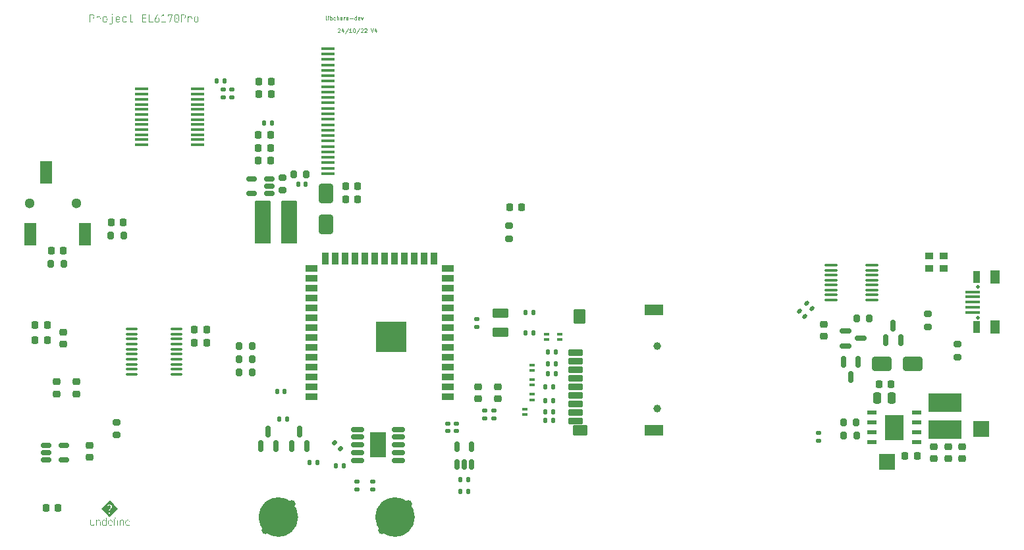
<source format=gts>
%TF.GenerationSoftware,KiCad,Pcbnew,8.0.5-8.0.5-0~ubuntu24.04.1*%
%TF.CreationDate,2024-10-22T00:13:01+08:00*%
%TF.ProjectId,EL6170_Pro_Max_Plus,454c3631-3730-45f5-9072-6f5f4d61785f,rev?*%
%TF.SameCoordinates,Original*%
%TF.FileFunction,Soldermask,Top*%
%TF.FilePolarity,Negative*%
%FSLAX46Y46*%
G04 Gerber Fmt 4.6, Leading zero omitted, Abs format (unit mm)*
G04 Created by KiCad (PCBNEW 8.0.5-8.0.5-0~ubuntu24.04.1) date 2024-10-22 00:13:01*
%MOMM*%
%LPD*%
G01*
G04 APERTURE LIST*
G04 Aperture macros list*
%AMRoundRect*
0 Rectangle with rounded corners*
0 $1 Rounding radius*
0 $2 $3 $4 $5 $6 $7 $8 $9 X,Y pos of 4 corners*
0 Add a 4 corners polygon primitive as box body*
4,1,4,$2,$3,$4,$5,$6,$7,$8,$9,$2,$3,0*
0 Add four circle primitives for the rounded corners*
1,1,$1+$1,$2,$3*
1,1,$1+$1,$4,$5*
1,1,$1+$1,$6,$7*
1,1,$1+$1,$8,$9*
0 Add four rect primitives between the rounded corners*
20,1,$1+$1,$2,$3,$4,$5,0*
20,1,$1+$1,$4,$5,$6,$7,0*
20,1,$1+$1,$6,$7,$8,$9,0*
20,1,$1+$1,$8,$9,$2,$3,0*%
G04 Aperture macros list end*
%ADD10C,0.150000*%
%ADD11C,0.040000*%
%ADD12C,2.550000*%
%ADD13C,0.000000*%
%ADD14RoundRect,0.140000X0.140000X0.170000X-0.140000X0.170000X-0.140000X-0.170000X0.140000X-0.170000X0*%
%ADD15RoundRect,0.135000X0.135000X0.185000X-0.135000X0.185000X-0.135000X-0.185000X0.135000X-0.185000X0*%
%ADD16R,2.000000X2.000000*%
%ADD17RoundRect,0.200000X0.200000X0.275000X-0.200000X0.275000X-0.200000X-0.275000X0.200000X-0.275000X0*%
%ADD18RoundRect,0.140000X0.219203X0.021213X0.021213X0.219203X-0.219203X-0.021213X-0.021213X-0.219203X0*%
%ADD19RoundRect,0.150000X0.150000X-0.587500X0.150000X0.587500X-0.150000X0.587500X-0.150000X-0.587500X0*%
%ADD20RoundRect,0.225000X0.225000X0.250000X-0.225000X0.250000X-0.225000X-0.250000X0.225000X-0.250000X0*%
%ADD21RoundRect,0.140000X-0.170000X0.140000X-0.170000X-0.140000X0.170000X-0.140000X0.170000X0.140000X0*%
%ADD22RoundRect,0.100000X-0.637500X-0.100000X0.637500X-0.100000X0.637500X0.100000X-0.637500X0.100000X0*%
%ADD23RoundRect,0.225000X-0.225000X-0.250000X0.225000X-0.250000X0.225000X0.250000X-0.225000X0.250000X0*%
%ADD24RoundRect,0.135000X-0.185000X0.135000X-0.185000X-0.135000X0.185000X-0.135000X0.185000X0.135000X0*%
%ADD25RoundRect,0.225000X0.250000X-0.225000X0.250000X0.225000X-0.250000X0.225000X-0.250000X-0.225000X0*%
%ADD26RoundRect,0.140000X-0.140000X-0.170000X0.140000X-0.170000X0.140000X0.170000X-0.140000X0.170000X0*%
%ADD27RoundRect,0.225000X-0.250000X0.225000X-0.250000X-0.225000X0.250000X-0.225000X0.250000X0.225000X0*%
%ADD28C,1.000000*%
%ADD29RoundRect,0.101600X0.800000X0.350000X-0.800000X0.350000X-0.800000X-0.350000X0.800000X-0.350000X0*%
%ADD30RoundRect,0.101600X0.800000X-0.600000X0.800000X0.600000X-0.800000X0.600000X-0.800000X-0.600000X0*%
%ADD31RoundRect,0.101600X1.100000X-0.600000X1.100000X0.600000X-1.100000X0.600000X-1.100000X-0.600000X0*%
%ADD32RoundRect,0.101600X0.700000X-0.800000X0.700000X0.800000X-0.700000X0.800000X-0.700000X-0.800000X0*%
%ADD33RoundRect,0.200000X-0.200000X-0.275000X0.200000X-0.275000X0.200000X0.275000X-0.200000X0.275000X0*%
%ADD34RoundRect,0.135000X-0.135000X-0.185000X0.135000X-0.185000X0.135000X0.185000X-0.135000X0.185000X0*%
%ADD35RoundRect,0.050000X0.300000X-0.150000X0.300000X0.150000X-0.300000X0.150000X-0.300000X-0.150000X0*%
%ADD36RoundRect,0.150000X0.150000X-0.512500X0.150000X0.512500X-0.150000X0.512500X-0.150000X-0.512500X0*%
%ADD37RoundRect,0.135000X0.226274X0.035355X0.035355X0.226274X-0.226274X-0.035355X-0.035355X-0.226274X0*%
%ADD38RoundRect,0.150000X-0.512500X-0.150000X0.512500X-0.150000X0.512500X0.150000X-0.512500X0.150000X0*%
%ADD39R,4.300000X2.400000*%
%ADD40RoundRect,0.050000X-0.300000X0.150000X-0.300000X-0.150000X0.300000X-0.150000X0.300000X0.150000X0*%
%ADD41C,1.300000*%
%ADD42R,1.500000X3.000000*%
%ADD43RoundRect,0.250000X-0.650000X1.000000X-0.650000X-1.000000X0.650000X-1.000000X0.650000X1.000000X0*%
%ADD44RoundRect,0.150000X-0.150000X0.587500X-0.150000X-0.587500X0.150000X-0.587500X0.150000X0.587500X0*%
%ADD45RoundRect,0.200000X-0.275000X0.200000X-0.275000X-0.200000X0.275000X-0.200000X0.275000X0.200000X0*%
%ADD46RoundRect,0.150000X-0.587500X-0.150000X0.587500X-0.150000X0.587500X0.150000X-0.587500X0.150000X0*%
%ADD47RoundRect,0.140000X0.170000X-0.140000X0.170000X0.140000X-0.170000X0.140000X-0.170000X-0.140000X0*%
%ADD48C,0.500000*%
%ADD49R,1.850000X0.400000*%
%ADD50R,1.300000X1.720000*%
%ADD51R,0.900000X1.620000*%
%ADD52R,1.000000X0.900000*%
%ADD53RoundRect,0.150000X0.687500X0.150000X-0.687500X0.150000X-0.687500X-0.150000X0.687500X-0.150000X0*%
%ADD54R,2.100000X3.300000*%
%ADD55RoundRect,0.100000X-0.712500X-0.100000X0.712500X-0.100000X0.712500X0.100000X-0.712500X0.100000X0*%
%ADD56RoundRect,0.200000X0.275000X-0.200000X0.275000X0.200000X-0.275000X0.200000X-0.275000X-0.200000X0*%
%ADD57RoundRect,0.250000X-1.000000X-0.650000X1.000000X-0.650000X1.000000X0.650000X-1.000000X0.650000X0*%
%ADD58RoundRect,0.101600X0.950000X-2.650000X0.950000X2.650000X-0.950000X2.650000X-0.950000X-2.650000X0*%
%ADD59R,1.750000X0.450000*%
%ADD60RoundRect,0.218750X-0.218750X-0.256250X0.218750X-0.256250X0.218750X0.256250X-0.218750X0.256250X0*%
%ADD61R,1.500000X0.900000*%
%ADD62R,0.900000X1.500000*%
%ADD63C,0.600000*%
%ADD64R,3.900000X3.900000*%
%ADD65RoundRect,0.135000X0.185000X-0.135000X0.185000X0.135000X-0.185000X0.135000X-0.185000X-0.135000X0*%
%ADD66R,1.800000X0.400000*%
%ADD67R,1.200000X0.600000*%
%ADD68R,2.400000X3.300000*%
%ADD69RoundRect,0.150000X0.512500X0.150000X-0.512500X0.150000X-0.512500X-0.150000X0.512500X-0.150000X0*%
%ADD70RoundRect,0.250000X-0.250000X-0.475000X0.250000X-0.475000X0.250000X0.475000X-0.250000X0.475000X0*%
%ADD71RoundRect,0.101600X0.900000X-0.500000X0.900000X0.500000X-0.900000X0.500000X-0.900000X-0.500000X0*%
G04 APERTURE END LIST*
D10*
G36*
X102113684Y-63301999D02*
G01*
X102164886Y-63313044D01*
X102210830Y-63331451D01*
X102256896Y-63361505D01*
X102272400Y-63375254D01*
X102307556Y-63416882D01*
X102332667Y-63464830D01*
X102346400Y-63511969D01*
X102352442Y-63563946D01*
X102352756Y-63579685D01*
X102348876Y-63633045D01*
X102337235Y-63681566D01*
X102314429Y-63731094D01*
X102281487Y-63774302D01*
X102271667Y-63784117D01*
X102227948Y-63817776D01*
X102177634Y-63841819D01*
X102128199Y-63854967D01*
X102073716Y-63860753D01*
X102057222Y-63861053D01*
X101825191Y-63861053D01*
X101825191Y-64330000D01*
X101754849Y-64330000D01*
X101754849Y-63798527D01*
X101825191Y-63798527D01*
X102057222Y-63798527D01*
X102105933Y-63794833D01*
X102154566Y-63781846D01*
X102200944Y-63756448D01*
X102221109Y-63739420D01*
X102253438Y-63698319D01*
X102273793Y-63649203D01*
X102281875Y-63598147D01*
X102282414Y-63579685D01*
X102277623Y-63525834D01*
X102263249Y-63478861D01*
X102236038Y-63434735D01*
X102221842Y-63419462D01*
X102179739Y-63388550D01*
X102129144Y-63369087D01*
X102076349Y-63361359D01*
X102057222Y-63360844D01*
X101825191Y-63360844D01*
X101825191Y-63798527D01*
X101754849Y-63798527D01*
X101754849Y-63298318D01*
X102057222Y-63298318D01*
X102113684Y-63301999D01*
G37*
G36*
X102624842Y-64330000D02*
G01*
X102624842Y-63548422D01*
X102695184Y-63548422D01*
X102695184Y-63673475D01*
X102716296Y-63628034D01*
X102748780Y-63587876D01*
X102770411Y-63570160D01*
X102817347Y-63545965D01*
X102867900Y-63534579D01*
X102900593Y-63532791D01*
X102953453Y-63536274D01*
X103006194Y-63548784D01*
X103050753Y-63570391D01*
X103091102Y-63605575D01*
X103121445Y-63651269D01*
X103140080Y-63699866D01*
X103149949Y-63748549D01*
X103153811Y-63802982D01*
X103153872Y-63811228D01*
X103153872Y-63882547D01*
X103083531Y-63882547D01*
X103083531Y-63811472D01*
X103080447Y-63761952D01*
X103069606Y-63713686D01*
X103048407Y-63669303D01*
X103034193Y-63650760D01*
X102994930Y-63619194D01*
X102944641Y-63600731D01*
X102895296Y-63595371D01*
X102889357Y-63595317D01*
X102839823Y-63599934D01*
X102792988Y-63615896D01*
X102751441Y-63646622D01*
X102745010Y-63653691D01*
X102716642Y-63699370D01*
X102701072Y-63750813D01*
X102695379Y-63805188D01*
X102695184Y-63818311D01*
X102695184Y-64330000D01*
X102624842Y-64330000D01*
G37*
G36*
X103752874Y-63536507D02*
G01*
X103806791Y-63549857D01*
X103854357Y-63572915D01*
X103895573Y-63605682D01*
X103900279Y-63610460D01*
X103932870Y-63652561D01*
X103956149Y-63701196D01*
X103968880Y-63749111D01*
X103974482Y-63802029D01*
X103974773Y-63818066D01*
X103974773Y-64060355D01*
X103971208Y-64114702D01*
X103960514Y-64164046D01*
X103939563Y-64214314D01*
X103909299Y-64258049D01*
X103900279Y-64267962D01*
X103859856Y-64301942D01*
X103813084Y-64326214D01*
X103759961Y-64340777D01*
X103708269Y-64345555D01*
X103700488Y-64345631D01*
X103648638Y-64341914D01*
X103595076Y-64328565D01*
X103547590Y-64305507D01*
X103506179Y-64272740D01*
X103501430Y-64267962D01*
X103468518Y-64225860D01*
X103445010Y-64177226D01*
X103432154Y-64129311D01*
X103426497Y-64076393D01*
X103426203Y-64060355D01*
X103426203Y-63818066D01*
X103426219Y-63817822D01*
X103496545Y-63817822D01*
X103496545Y-64060600D01*
X103499888Y-64110425D01*
X103511641Y-64159472D01*
X103534625Y-64205268D01*
X103550034Y-64224731D01*
X103591945Y-64257965D01*
X103638962Y-64276207D01*
X103688537Y-64282877D01*
X103700488Y-64283105D01*
X103751592Y-64278487D01*
X103800307Y-64262526D01*
X103844086Y-64231800D01*
X103850942Y-64224731D01*
X103879149Y-64183515D01*
X103896909Y-64133140D01*
X103903961Y-64079971D01*
X103904431Y-64060600D01*
X103904431Y-63817822D01*
X103901042Y-63768012D01*
X103889128Y-63719019D01*
X103865829Y-63673328D01*
X103850209Y-63653935D01*
X103808164Y-63620562D01*
X103761376Y-63602244D01*
X103712293Y-63595546D01*
X103700488Y-63595317D01*
X103649917Y-63599954D01*
X103601431Y-63615982D01*
X103557463Y-63646837D01*
X103550523Y-63653935D01*
X103522058Y-63695022D01*
X103504136Y-63745316D01*
X103497020Y-63798453D01*
X103496545Y-63817822D01*
X103426219Y-63817822D01*
X103429803Y-63763720D01*
X103440602Y-63714376D01*
X103461760Y-63664108D01*
X103492321Y-63620373D01*
X103501430Y-63610460D01*
X103542081Y-63576480D01*
X103588808Y-63552208D01*
X103641610Y-63537645D01*
X103692796Y-63532867D01*
X103700488Y-63532791D01*
X103752874Y-63536507D01*
G37*
G36*
X104272505Y-64580104D02*
G01*
X104272505Y-64517578D01*
X104435659Y-64517578D01*
X104488005Y-64513366D01*
X104537150Y-64498807D01*
X104580244Y-64470781D01*
X104586845Y-64464333D01*
X104616047Y-64422440D01*
X104632076Y-64374889D01*
X104637936Y-64324385D01*
X104638136Y-64312170D01*
X104638136Y-63610949D01*
X104265422Y-63610949D01*
X104265422Y-63548422D01*
X104708478Y-63548422D01*
X104708478Y-64311681D01*
X104705042Y-64364106D01*
X104692700Y-64417637D01*
X104671382Y-64464360D01*
X104641089Y-64504275D01*
X104636671Y-64508785D01*
X104597271Y-64539987D01*
X104550636Y-64562274D01*
X104496765Y-64575647D01*
X104443693Y-64580035D01*
X104435659Y-64580104D01*
X104272505Y-64580104D01*
G37*
G36*
X104652302Y-63392107D02*
G01*
X104603704Y-63379138D01*
X104593196Y-63370858D01*
X104571515Y-63326741D01*
X104570725Y-63313949D01*
X104585559Y-63265751D01*
X104593196Y-63257285D01*
X104639062Y-63236547D01*
X104652302Y-63235792D01*
X104700900Y-63248910D01*
X104711409Y-63257285D01*
X104733089Y-63301167D01*
X104733879Y-63313949D01*
X104719046Y-63362308D01*
X104711409Y-63370858D01*
X104665543Y-63391360D01*
X104652302Y-63392107D01*
G37*
G36*
X105433718Y-63536519D02*
G01*
X105481717Y-63547704D01*
X105530046Y-63569617D01*
X105571415Y-63601269D01*
X105580669Y-63610704D01*
X105612406Y-63652943D01*
X105635075Y-63701746D01*
X105647472Y-63749833D01*
X105652926Y-63802945D01*
X105653210Y-63819043D01*
X105653210Y-63954842D01*
X105174982Y-63954842D01*
X105174982Y-64061332D01*
X105179213Y-64115536D01*
X105191906Y-64163016D01*
X105215935Y-64207886D01*
X105228471Y-64223510D01*
X105266291Y-64254937D01*
X105312888Y-64274724D01*
X105362330Y-64282581D01*
X105380390Y-64283105D01*
X105431487Y-64278574D01*
X105480448Y-64263295D01*
X105512526Y-64244759D01*
X105549012Y-64208728D01*
X105571551Y-64163346D01*
X105577250Y-64139246D01*
X105647592Y-64139246D01*
X105633823Y-64189697D01*
X105611476Y-64233888D01*
X105580552Y-64271820D01*
X105559665Y-64290188D01*
X105516748Y-64316989D01*
X105467959Y-64335019D01*
X105419660Y-64343682D01*
X105380390Y-64345631D01*
X105326445Y-64341914D01*
X105277875Y-64330765D01*
X105228950Y-64308920D01*
X105187047Y-64277367D01*
X105177669Y-64267962D01*
X105145719Y-64225860D01*
X105122897Y-64177226D01*
X105110417Y-64129311D01*
X105104925Y-64076393D01*
X105104640Y-64060355D01*
X105104640Y-63818066D01*
X105174982Y-63818066D01*
X105174982Y-63892316D01*
X105582868Y-63892316D01*
X105582868Y-63818066D01*
X105578694Y-63763627D01*
X105566175Y-63715988D01*
X105542476Y-63671032D01*
X105530111Y-63655401D01*
X105492821Y-63623716D01*
X105446897Y-63603766D01*
X105398183Y-63595845D01*
X105380390Y-63595317D01*
X105328578Y-63600012D01*
X105279348Y-63616241D01*
X105238895Y-63644061D01*
X105228471Y-63654668D01*
X105200264Y-63696022D01*
X105182504Y-63746202D01*
X105175452Y-63798909D01*
X105174982Y-63818066D01*
X105104640Y-63818066D01*
X105108170Y-63763720D01*
X105118758Y-63714376D01*
X105139504Y-63664108D01*
X105169469Y-63620373D01*
X105178401Y-63610460D01*
X105218778Y-63576480D01*
X105265901Y-63552208D01*
X105319772Y-63537645D01*
X105372444Y-63532867D01*
X105380390Y-63532791D01*
X105433718Y-63536519D01*
G37*
G36*
X106230844Y-64345631D02*
G01*
X106177399Y-64341914D01*
X106129050Y-64330765D01*
X106080033Y-64308920D01*
X106037673Y-64277367D01*
X106028122Y-64267962D01*
X105995531Y-64225860D01*
X105972252Y-64177226D01*
X105959521Y-64129311D01*
X105953919Y-64076393D01*
X105953628Y-64060355D01*
X105953628Y-63818066D01*
X105957228Y-63763720D01*
X105968027Y-63714376D01*
X105989185Y-63664108D01*
X106019746Y-63620373D01*
X106028855Y-63610460D01*
X106069689Y-63576480D01*
X106116966Y-63552208D01*
X106170684Y-63537645D01*
X106222972Y-63532867D01*
X106230844Y-63532791D01*
X106284312Y-63536297D01*
X106332731Y-63546816D01*
X106381885Y-63567424D01*
X106424445Y-63597191D01*
X106434054Y-63606064D01*
X106466966Y-63645845D01*
X106490474Y-63691915D01*
X106504579Y-63744275D01*
X106509207Y-63795248D01*
X106509281Y-63802923D01*
X106438939Y-63802923D01*
X106434534Y-63751251D01*
X106419307Y-63701859D01*
X106389995Y-63657279D01*
X106383251Y-63650272D01*
X106340228Y-63618984D01*
X106292601Y-63601811D01*
X106242802Y-63595532D01*
X106230844Y-63595317D01*
X106180157Y-63599934D01*
X106131270Y-63615896D01*
X106090207Y-63643259D01*
X106079413Y-63653691D01*
X106050176Y-63694602D01*
X106031767Y-63744672D01*
X106024457Y-63797565D01*
X106023970Y-63816845D01*
X106023970Y-64061577D01*
X106027435Y-64110578D01*
X106039618Y-64159062D01*
X106063441Y-64204686D01*
X106079413Y-64224242D01*
X106118130Y-64255283D01*
X106164669Y-64274827D01*
X106213244Y-64282588D01*
X106230844Y-64283105D01*
X106282102Y-64278739D01*
X106331351Y-64263645D01*
X106376159Y-64234590D01*
X106383251Y-64227906D01*
X106414956Y-64184940D01*
X106432359Y-64137466D01*
X106438721Y-64087886D01*
X106438939Y-64075987D01*
X106509281Y-64075987D01*
X106505681Y-64127637D01*
X106492751Y-64180741D01*
X106470418Y-64227525D01*
X106438682Y-64267989D01*
X106434054Y-64272602D01*
X106393143Y-64304552D01*
X106345638Y-64327374D01*
X106291538Y-64341067D01*
X106238791Y-64345560D01*
X106230844Y-64345631D01*
G37*
G36*
X107134787Y-64330000D02*
G01*
X107083429Y-64325563D01*
X107036302Y-64310435D01*
X106998988Y-64284570D01*
X106970262Y-64244511D01*
X106955578Y-64197591D01*
X106951849Y-64151946D01*
X106951849Y-63610949D01*
X106722505Y-63610949D01*
X106722505Y-63548422D01*
X106951849Y-63548422D01*
X106951849Y-63329581D01*
X107022191Y-63329581D01*
X107022191Y-63548422D01*
X107345812Y-63548422D01*
X107345812Y-63610949D01*
X107022191Y-63610949D01*
X107022191Y-64153412D01*
X107029228Y-64203314D01*
X107057817Y-64245641D01*
X107108397Y-64265691D01*
X107134787Y-64267473D01*
X107338729Y-64267473D01*
X107338729Y-64330000D01*
X107134787Y-64330000D01*
G37*
G36*
X108482519Y-64330000D02*
G01*
X108482519Y-63298318D01*
X109031332Y-63298318D01*
X109031332Y-63360844D01*
X108552861Y-63360844D01*
X108552861Y-63751632D01*
X108981995Y-63751632D01*
X108981995Y-63814159D01*
X108552861Y-63814159D01*
X108552861Y-64267473D01*
X109031332Y-64267473D01*
X109031332Y-64330000D01*
X108482519Y-64330000D01*
G37*
G36*
X109349825Y-64330000D02*
G01*
X109349825Y-63298318D01*
X109420167Y-63298318D01*
X109420167Y-64267473D01*
X109919644Y-64267473D01*
X109919644Y-64330000D01*
X109349825Y-64330000D01*
G37*
G36*
X110242533Y-63782163D02*
G01*
X110248150Y-63786315D01*
X110286447Y-63752216D01*
X110320690Y-63731849D01*
X110369216Y-63713316D01*
X110420807Y-63705400D01*
X110442323Y-63704738D01*
X110493137Y-63708673D01*
X110544404Y-63722094D01*
X110590823Y-63745038D01*
X110631498Y-63776357D01*
X110665535Y-63815238D01*
X110690718Y-63857145D01*
X110709652Y-63904267D01*
X110721573Y-63955873D01*
X110726306Y-64006152D01*
X110726622Y-64023719D01*
X110723492Y-64075286D01*
X110714103Y-64123376D01*
X110696328Y-64172730D01*
X110687055Y-64191270D01*
X110659449Y-64233530D01*
X110625784Y-64269637D01*
X110586061Y-64299590D01*
X110577390Y-64304842D01*
X110531232Y-64326352D01*
X110480685Y-64339895D01*
X110431440Y-64345273D01*
X110414235Y-64345631D01*
X110363806Y-64342385D01*
X110311942Y-64331165D01*
X110264468Y-64311931D01*
X110251081Y-64304598D01*
X110210123Y-64275780D01*
X110175175Y-64240618D01*
X110146238Y-64199111D01*
X110141172Y-64190048D01*
X110120435Y-64141753D01*
X110107379Y-64089069D01*
X110102194Y-64037901D01*
X110101948Y-64025184D01*
X110172191Y-64025184D01*
X110174959Y-64075386D01*
X110186207Y-64125544D01*
X110200279Y-64160006D01*
X110228564Y-64203280D01*
X110265394Y-64237847D01*
X110285275Y-64250865D01*
X110333423Y-64271739D01*
X110383020Y-64281562D01*
X110414235Y-64283105D01*
X110465687Y-64278571D01*
X110515999Y-64263427D01*
X110540753Y-64250865D01*
X110581333Y-64220316D01*
X110613769Y-64181061D01*
X110625994Y-64160006D01*
X110644450Y-64113455D01*
X110654387Y-64062096D01*
X110656280Y-64025184D01*
X110652701Y-63974264D01*
X110640634Y-63923980D01*
X110625994Y-63889874D01*
X110597315Y-63846916D01*
X110560494Y-63812504D01*
X110540753Y-63799504D01*
X110493479Y-63778630D01*
X110444833Y-63768807D01*
X110414235Y-63767264D01*
X110362853Y-63771798D01*
X110312770Y-63786942D01*
X110288206Y-63799504D01*
X110248259Y-63829972D01*
X110216132Y-63868985D01*
X110203942Y-63889874D01*
X110185281Y-63936036D01*
X110174725Y-63987693D01*
X110172191Y-64025184D01*
X110101948Y-64025184D01*
X110101849Y-64020055D01*
X110105318Y-63970333D01*
X110115725Y-63920816D01*
X110126517Y-63887920D01*
X110146702Y-63838564D01*
X110168161Y-63793502D01*
X110187822Y-63756762D01*
X110450872Y-63298318D01*
X110530983Y-63298318D01*
X110242533Y-63782163D01*
G37*
G36*
X110972086Y-64330000D02*
G01*
X110972086Y-64267473D01*
X111263224Y-64267473D01*
X111263224Y-63370369D01*
X110983321Y-63575045D01*
X110983321Y-63496643D01*
X111240753Y-63298318D01*
X111333565Y-63298318D01*
X111333565Y-64267473D01*
X111577076Y-64267473D01*
X111577076Y-64330000D01*
X110972086Y-64330000D01*
G37*
G36*
X111961758Y-64330000D02*
G01*
X112351570Y-63360844D01*
X111867480Y-63360844D01*
X111867480Y-63580174D01*
X111797138Y-63580174D01*
X111797138Y-63298318D01*
X112423377Y-63298318D01*
X112423377Y-63368415D01*
X112039183Y-64330000D01*
X111961758Y-64330000D01*
G37*
G36*
X112979494Y-63764470D02*
G01*
X112983182Y-63767264D01*
X113002233Y-63813426D01*
X112983182Y-63859832D01*
X112935869Y-63876619D01*
X112931891Y-63876685D01*
X112884896Y-63862844D01*
X112881088Y-63859832D01*
X112861549Y-63813426D01*
X112881088Y-63767264D01*
X112928057Y-63751693D01*
X112931891Y-63751632D01*
X112979494Y-63764470D01*
G37*
G36*
X112988547Y-63286625D02*
G01*
X113038503Y-63298441D01*
X113083222Y-63318134D01*
X113127918Y-63350286D01*
X113142916Y-63364996D01*
X113173085Y-63403693D01*
X113195844Y-63447977D01*
X113211193Y-63497847D01*
X113219132Y-63553303D01*
X113220341Y-63587501D01*
X113220341Y-64040816D01*
X113217619Y-64091437D01*
X113207563Y-64145329D01*
X113190097Y-64193659D01*
X113165222Y-64236424D01*
X113142916Y-64263565D01*
X113100785Y-64299469D01*
X113051814Y-64325115D01*
X113003355Y-64339140D01*
X112949659Y-64345310D01*
X112933356Y-64345631D01*
X112877559Y-64341704D01*
X112827068Y-64329923D01*
X112781882Y-64310288D01*
X112736739Y-64278231D01*
X112721598Y-64263565D01*
X112691144Y-64224773D01*
X112668169Y-64180418D01*
X112652675Y-64130499D01*
X112644661Y-64075018D01*
X112643440Y-64040816D01*
X112643440Y-63587501D01*
X112713782Y-63587501D01*
X112713782Y-64040816D01*
X112717476Y-64093832D01*
X112730463Y-64146505D01*
X112752801Y-64191797D01*
X112772889Y-64217892D01*
X112813957Y-64252282D01*
X112863277Y-64273934D01*
X112914722Y-64282532D01*
X112933356Y-64283105D01*
X112986263Y-64277946D01*
X113032601Y-64262471D01*
X113076383Y-64233176D01*
X113091625Y-64217892D01*
X113119843Y-64177520D01*
X113138826Y-64129767D01*
X113147947Y-64081125D01*
X113150000Y-64040816D01*
X113150000Y-63587501D01*
X113146351Y-63534485D01*
X113133525Y-63481813D01*
X113111464Y-63436520D01*
X113091625Y-63410425D01*
X113051087Y-63376036D01*
X113002439Y-63354383D01*
X112951722Y-63345785D01*
X112933356Y-63345212D01*
X112879683Y-63350371D01*
X112832695Y-63365846D01*
X112788325Y-63395141D01*
X112772889Y-63410425D01*
X112744316Y-63450798D01*
X112725095Y-63498550D01*
X112715860Y-63547193D01*
X112713782Y-63587501D01*
X112643440Y-63587501D01*
X112646188Y-63536889D01*
X112656339Y-63483028D01*
X112673970Y-63434754D01*
X112699081Y-63392067D01*
X112721598Y-63364996D01*
X112758445Y-63332924D01*
X112807053Y-63305916D01*
X112855270Y-63290724D01*
X112908793Y-63283410D01*
X112933356Y-63282686D01*
X112988547Y-63286625D01*
G37*
G36*
X113862742Y-63301999D02*
G01*
X113913944Y-63313044D01*
X113959888Y-63331451D01*
X114005954Y-63361505D01*
X114021458Y-63375254D01*
X114056614Y-63416882D01*
X114081725Y-63464830D01*
X114095458Y-63511969D01*
X114101500Y-63563946D01*
X114101814Y-63579685D01*
X114097934Y-63633045D01*
X114086293Y-63681566D01*
X114063487Y-63731094D01*
X114030545Y-63774302D01*
X114020725Y-63784117D01*
X113977006Y-63817776D01*
X113926692Y-63841819D01*
X113877257Y-63854967D01*
X113822774Y-63860753D01*
X113806280Y-63861053D01*
X113574249Y-63861053D01*
X113574249Y-64330000D01*
X113503907Y-64330000D01*
X113503907Y-63798527D01*
X113574249Y-63798527D01*
X113806280Y-63798527D01*
X113854991Y-63794833D01*
X113903624Y-63781846D01*
X113950001Y-63756448D01*
X113970167Y-63739420D01*
X114002496Y-63698319D01*
X114022851Y-63649203D01*
X114030933Y-63598147D01*
X114031472Y-63579685D01*
X114026681Y-63525834D01*
X114012307Y-63478861D01*
X113985096Y-63434735D01*
X113970900Y-63419462D01*
X113928796Y-63388550D01*
X113878202Y-63369087D01*
X113825407Y-63361359D01*
X113806280Y-63360844D01*
X113574249Y-63360844D01*
X113574249Y-63798527D01*
X113503907Y-63798527D01*
X113503907Y-63298318D01*
X113806280Y-63298318D01*
X113862742Y-63301999D01*
G37*
G36*
X114373900Y-64330000D02*
G01*
X114373900Y-63548422D01*
X114444242Y-63548422D01*
X114444242Y-63673475D01*
X114465354Y-63628034D01*
X114497837Y-63587876D01*
X114519469Y-63570160D01*
X114566405Y-63545965D01*
X114616958Y-63534579D01*
X114649651Y-63532791D01*
X114702511Y-63536274D01*
X114755252Y-63548784D01*
X114799811Y-63570391D01*
X114840160Y-63605575D01*
X114870503Y-63651269D01*
X114889138Y-63699866D01*
X114899007Y-63748549D01*
X114902869Y-63802982D01*
X114902930Y-63811228D01*
X114902930Y-63882547D01*
X114832588Y-63882547D01*
X114832588Y-63811472D01*
X114829505Y-63761952D01*
X114818664Y-63713686D01*
X114797465Y-63669303D01*
X114783251Y-63650760D01*
X114743988Y-63619194D01*
X114693699Y-63600731D01*
X114644354Y-63595371D01*
X114638415Y-63595317D01*
X114588881Y-63599934D01*
X114542046Y-63615896D01*
X114500499Y-63646622D01*
X114494068Y-63653691D01*
X114465700Y-63699370D01*
X114450130Y-63750813D01*
X114444437Y-63805188D01*
X114444242Y-63818311D01*
X114444242Y-64330000D01*
X114373900Y-64330000D01*
G37*
G36*
X115501932Y-63536507D02*
G01*
X115555849Y-63549857D01*
X115603415Y-63572915D01*
X115644631Y-63605682D01*
X115649337Y-63610460D01*
X115681928Y-63652561D01*
X115705207Y-63701196D01*
X115717938Y-63749111D01*
X115723540Y-63802029D01*
X115723831Y-63818066D01*
X115723831Y-64060355D01*
X115720266Y-64114702D01*
X115709572Y-64164046D01*
X115688621Y-64214314D01*
X115658357Y-64258049D01*
X115649337Y-64267962D01*
X115608914Y-64301942D01*
X115562142Y-64326214D01*
X115509019Y-64340777D01*
X115457327Y-64345555D01*
X115449546Y-64345631D01*
X115397696Y-64341914D01*
X115344134Y-64328565D01*
X115296648Y-64305507D01*
X115255237Y-64272740D01*
X115250488Y-64267962D01*
X115217576Y-64225860D01*
X115194068Y-64177226D01*
X115181212Y-64129311D01*
X115175555Y-64076393D01*
X115175261Y-64060355D01*
X115175261Y-63818066D01*
X115175277Y-63817822D01*
X115245603Y-63817822D01*
X115245603Y-64060600D01*
X115248946Y-64110425D01*
X115260699Y-64159472D01*
X115283683Y-64205268D01*
X115299092Y-64224731D01*
X115341003Y-64257965D01*
X115388020Y-64276207D01*
X115437595Y-64282877D01*
X115449546Y-64283105D01*
X115500649Y-64278487D01*
X115549364Y-64262526D01*
X115593144Y-64231800D01*
X115600000Y-64224731D01*
X115628207Y-64183515D01*
X115645967Y-64133140D01*
X115653019Y-64079971D01*
X115653489Y-64060600D01*
X115653489Y-63817822D01*
X115650100Y-63768012D01*
X115638186Y-63719019D01*
X115614887Y-63673328D01*
X115599267Y-63653935D01*
X115557222Y-63620562D01*
X115510434Y-63602244D01*
X115461351Y-63595546D01*
X115449546Y-63595317D01*
X115398975Y-63599954D01*
X115350489Y-63615982D01*
X115306521Y-63646837D01*
X115299581Y-63653935D01*
X115271116Y-63695022D01*
X115253194Y-63745316D01*
X115246078Y-63798453D01*
X115245603Y-63817822D01*
X115175277Y-63817822D01*
X115178861Y-63763720D01*
X115189660Y-63714376D01*
X115210818Y-63664108D01*
X115241378Y-63620373D01*
X115250488Y-63610460D01*
X115291139Y-63576480D01*
X115337866Y-63552208D01*
X115390668Y-63537645D01*
X115441854Y-63532867D01*
X115449546Y-63532791D01*
X115501932Y-63536507D01*
G37*
G36*
X102358478Y-128376580D02*
G01*
X102358478Y-129080000D01*
X102321109Y-129080000D01*
X102300837Y-129066566D01*
X102294487Y-128967648D01*
X102259282Y-129004760D01*
X102220498Y-129036504D01*
X102182135Y-129060704D01*
X102136745Y-129080589D01*
X102087891Y-129092220D01*
X102040474Y-129095631D01*
X101988968Y-129091606D01*
X101941127Y-129078440D01*
X101938381Y-129077313D01*
X101894108Y-129051252D01*
X101866085Y-129023824D01*
X101839392Y-128982716D01*
X101822365Y-128939804D01*
X101811847Y-128890989D01*
X101807839Y-128840392D01*
X101807711Y-128828918D01*
X101807711Y-128376580D01*
X101875122Y-128376580D01*
X101875122Y-128833803D01*
X101878676Y-128886967D01*
X101890965Y-128937972D01*
X101914620Y-128984270D01*
X101920062Y-128991584D01*
X101956668Y-129024123D01*
X102004357Y-129043155D01*
X102057327Y-129048736D01*
X102107198Y-129043790D01*
X102154596Y-129028953D01*
X102184822Y-129013565D01*
X102227663Y-128983340D01*
X102263676Y-128948875D01*
X102290823Y-128915868D01*
X102290823Y-128376580D01*
X102358478Y-128376580D01*
G37*
G36*
X102648150Y-128496503D02*
G01*
X102683326Y-128457213D01*
X102722023Y-128423638D01*
X102760258Y-128398073D01*
X102805787Y-128376937D01*
X102854721Y-128364574D01*
X102902163Y-128360949D01*
X102953196Y-128365027D01*
X103001007Y-128378369D01*
X103003768Y-128379511D01*
X103048436Y-128405374D01*
X103076552Y-128432756D01*
X103103176Y-128473864D01*
X103120027Y-128516775D01*
X103130721Y-128565591D01*
X103134795Y-128616187D01*
X103134926Y-128627662D01*
X103134926Y-129080000D01*
X103067515Y-129080000D01*
X103067515Y-128622777D01*
X103063941Y-128569613D01*
X103051586Y-128518608D01*
X103027802Y-128472310D01*
X103022330Y-128464996D01*
X102985863Y-128432457D01*
X102938256Y-128413425D01*
X102885310Y-128407843D01*
X102835404Y-128413064D01*
X102787903Y-128428726D01*
X102757571Y-128444968D01*
X102714878Y-128476899D01*
X102678941Y-128513350D01*
X102651814Y-128548283D01*
X102651814Y-129080000D01*
X102584159Y-129080000D01*
X102584159Y-128376580D01*
X102621528Y-128376580D01*
X102641800Y-128390013D01*
X102648150Y-128496503D01*
G37*
G36*
X103898429Y-129080000D02*
G01*
X103862037Y-129080000D01*
X103840788Y-129067299D01*
X103833705Y-128961542D01*
X103799983Y-129000884D01*
X103762624Y-129034281D01*
X103725505Y-129059483D01*
X103681175Y-129080063D01*
X103633151Y-129092101D01*
X103586287Y-129095631D01*
X103532411Y-129091283D01*
X103484052Y-129078240D01*
X103435540Y-129052686D01*
X103394232Y-129015775D01*
X103385031Y-129004773D01*
X103357051Y-128960556D01*
X103335944Y-128907620D01*
X103323321Y-128855308D01*
X103316660Y-128806820D01*
X103313504Y-128753885D01*
X103313236Y-128732442D01*
X103382344Y-128732442D01*
X103384354Y-128790502D01*
X103390381Y-128842500D01*
X103402493Y-128895502D01*
X103423032Y-128945973D01*
X103439497Y-128972044D01*
X103475801Y-129009117D01*
X103520143Y-129034057D01*
X103572522Y-129046864D01*
X103605094Y-129048736D01*
X103655217Y-129043481D01*
X103701905Y-129027716D01*
X103731123Y-129011367D01*
X103771950Y-128978967D01*
X103806116Y-128941904D01*
X103831751Y-128906343D01*
X103831751Y-128523126D01*
X103800438Y-128480788D01*
X103763648Y-128446860D01*
X103742602Y-128433733D01*
X103693802Y-128415150D01*
X103642831Y-128408071D01*
X103631228Y-128407843D01*
X103580057Y-128412331D01*
X103531664Y-128427100D01*
X103522784Y-128431290D01*
X103480163Y-128459623D01*
X103445115Y-128497725D01*
X103419186Y-128541728D01*
X103401088Y-128589479D01*
X103397976Y-128600551D01*
X103387855Y-128651186D01*
X103383092Y-128701504D01*
X103382344Y-128732442D01*
X103313236Y-128732442D01*
X103313224Y-128731465D01*
X103315590Y-128678973D01*
X103322690Y-128628962D01*
X103333251Y-128585652D01*
X103350883Y-128537418D01*
X103373735Y-128494198D01*
X103391870Y-128468171D01*
X103426365Y-128431195D01*
X103466746Y-128401232D01*
X103487369Y-128389769D01*
X103536230Y-128371109D01*
X103586342Y-128362328D01*
X103617794Y-128360949D01*
X103668421Y-128364521D01*
X103717221Y-128376452D01*
X103740893Y-128386350D01*
X103783889Y-128413084D01*
X103821836Y-128449261D01*
X103831751Y-128461332D01*
X103831751Y-128048318D01*
X103898429Y-128048318D01*
X103898429Y-129080000D01*
G37*
G36*
X104448721Y-128364969D02*
G01*
X104498749Y-128378200D01*
X104508304Y-128381953D01*
X104552804Y-128405885D01*
X104591509Y-128438296D01*
X104596231Y-128443258D01*
X104627723Y-128485118D01*
X104650724Y-128531547D01*
X104654849Y-128542421D01*
X104668766Y-128592951D01*
X104675314Y-128644745D01*
X104676343Y-128677243D01*
X104672191Y-128698981D01*
X104658025Y-128704842D01*
X104148778Y-128704842D01*
X104148778Y-128718520D01*
X104150567Y-128767445D01*
X104156667Y-128816855D01*
X104167096Y-128861646D01*
X104184520Y-128908390D01*
X104208963Y-128951426D01*
X104219120Y-128964961D01*
X104253832Y-128999555D01*
X104297719Y-129026398D01*
X104300697Y-129027732D01*
X104348046Y-129042808D01*
X104396692Y-129048552D01*
X104407676Y-129048736D01*
X104456891Y-129045744D01*
X104499023Y-129036769D01*
X104546533Y-129018927D01*
X104564235Y-129009902D01*
X104606001Y-128982791D01*
X104628471Y-128970823D01*
X104642637Y-128978150D01*
X104660956Y-129001353D01*
X104623048Y-129034345D01*
X104616259Y-129038722D01*
X104570922Y-129061987D01*
X104554221Y-129068520D01*
X104507453Y-129082660D01*
X104481193Y-129088304D01*
X104432249Y-129094601D01*
X104402791Y-129095631D01*
X104350721Y-129092059D01*
X104302224Y-129081343D01*
X104271877Y-129070230D01*
X104226634Y-129045604D01*
X104186954Y-129013399D01*
X104170516Y-128995980D01*
X104141688Y-128956287D01*
X104118217Y-128910480D01*
X104105547Y-128876545D01*
X104092615Y-128825454D01*
X104085517Y-128774850D01*
X104082921Y-128725921D01*
X104082833Y-128714612D01*
X104085344Y-128663272D01*
X104086170Y-128657948D01*
X104152442Y-128657948D01*
X104616015Y-128657948D01*
X104612976Y-128608994D01*
X104602062Y-128558772D01*
X104600139Y-128552923D01*
X104579618Y-128507684D01*
X104555443Y-128474521D01*
X104517343Y-128441575D01*
X104486810Y-128425184D01*
X104439549Y-128411162D01*
X104399371Y-128407843D01*
X104347958Y-128412240D01*
X104302163Y-128425429D01*
X104257512Y-128450081D01*
X104227913Y-128475987D01*
X104196606Y-128517057D01*
X104177599Y-128554877D01*
X104161906Y-128603604D01*
X104152851Y-128654387D01*
X104152442Y-128657948D01*
X104086170Y-128657948D01*
X104092876Y-128614702D01*
X104104082Y-128572951D01*
X104122847Y-128526767D01*
X104149144Y-128482469D01*
X104165875Y-128461088D01*
X104201800Y-128426214D01*
X104243691Y-128398193D01*
X104265038Y-128387571D01*
X104311417Y-128371348D01*
X104362262Y-128362612D01*
X104398639Y-128360949D01*
X104448721Y-128364969D01*
G37*
G36*
X104893719Y-129080000D02*
G01*
X104893719Y-128439106D01*
X104795289Y-128439106D01*
X104775505Y-128420788D01*
X104775505Y-128392212D01*
X104893719Y-128392212D01*
X104893719Y-128331639D01*
X104896863Y-128280474D01*
X104907282Y-128230332D01*
X104912770Y-128213670D01*
X104934441Y-128167928D01*
X104965955Y-128126827D01*
X104968213Y-128124521D01*
X105008696Y-128091976D01*
X105053637Y-128069340D01*
X105056873Y-128068101D01*
X105105246Y-128054577D01*
X105155270Y-128048801D01*
X105175819Y-128048318D01*
X105223203Y-128051981D01*
X105265945Y-128062240D01*
X105263014Y-128093258D01*
X105257397Y-128099364D01*
X105244696Y-128099364D01*
X105223203Y-128096922D01*
X105191939Y-128095212D01*
X105139519Y-128098876D01*
X105088063Y-128111756D01*
X105040226Y-128136944D01*
X105019993Y-128153831D01*
X104987921Y-128196502D01*
X104969213Y-128245224D01*
X104960661Y-128296741D01*
X104959176Y-128332861D01*
X104959176Y-128392212D01*
X105369260Y-128392212D01*
X105369260Y-129080000D01*
X105302337Y-129080000D01*
X105302337Y-128439106D01*
X104961130Y-128439106D01*
X104961130Y-129080000D01*
X104893719Y-129080000D01*
G37*
G36*
X105667969Y-128496503D02*
G01*
X105703145Y-128457213D01*
X105741842Y-128423638D01*
X105780076Y-128398073D01*
X105825605Y-128376937D01*
X105874540Y-128364574D01*
X105921981Y-128360949D01*
X105973015Y-128365027D01*
X106020825Y-128378369D01*
X106023586Y-128379511D01*
X106068254Y-128405374D01*
X106096371Y-128432756D01*
X106122995Y-128473864D01*
X106139846Y-128516775D01*
X106150540Y-128565591D01*
X106154614Y-128616187D01*
X106154745Y-128627662D01*
X106154745Y-129080000D01*
X106087334Y-129080000D01*
X106087334Y-128622777D01*
X106083760Y-128569613D01*
X106071404Y-128518608D01*
X106047620Y-128472310D01*
X106042149Y-128464996D01*
X106005682Y-128432457D01*
X105958075Y-128413425D01*
X105905129Y-128407843D01*
X105855223Y-128413064D01*
X105807721Y-128428726D01*
X105777390Y-128444968D01*
X105734697Y-128476899D01*
X105698760Y-128513350D01*
X105671632Y-128548283D01*
X105671632Y-129080000D01*
X105603977Y-129080000D01*
X105603977Y-128376580D01*
X105641346Y-128376580D01*
X105661618Y-128390013D01*
X105667969Y-128496503D01*
G37*
G36*
X106697709Y-128364969D02*
G01*
X106747737Y-128378200D01*
X106757292Y-128381953D01*
X106801792Y-128405885D01*
X106840497Y-128438296D01*
X106845219Y-128443258D01*
X106876711Y-128485118D01*
X106899712Y-128531547D01*
X106903838Y-128542421D01*
X106917754Y-128592951D01*
X106924302Y-128644745D01*
X106925331Y-128677243D01*
X106921179Y-128698981D01*
X106907013Y-128704842D01*
X106397766Y-128704842D01*
X106397766Y-128718520D01*
X106399555Y-128767445D01*
X106405655Y-128816855D01*
X106416085Y-128861646D01*
X106433508Y-128908390D01*
X106457951Y-128951426D01*
X106468108Y-128964961D01*
X106502820Y-128999555D01*
X106546707Y-129026398D01*
X106549685Y-129027732D01*
X106597034Y-129042808D01*
X106645680Y-129048552D01*
X106656664Y-129048736D01*
X106705879Y-129045744D01*
X106748011Y-129036769D01*
X106795521Y-129018927D01*
X106813224Y-129009902D01*
X106854989Y-128982791D01*
X106877459Y-128970823D01*
X106891625Y-128978150D01*
X106909944Y-129001353D01*
X106872036Y-129034345D01*
X106865247Y-129038722D01*
X106819910Y-129061987D01*
X106803210Y-129068520D01*
X106756442Y-129082660D01*
X106730181Y-129088304D01*
X106681237Y-129094601D01*
X106651779Y-129095631D01*
X106599709Y-129092059D01*
X106551212Y-129081343D01*
X106520865Y-129070230D01*
X106475622Y-129045604D01*
X106435942Y-129013399D01*
X106419504Y-128995980D01*
X106390676Y-128956287D01*
X106367206Y-128910480D01*
X106354535Y-128876545D01*
X106341603Y-128825454D01*
X106334505Y-128774850D01*
X106331910Y-128725921D01*
X106331821Y-128714612D01*
X106334332Y-128663272D01*
X106335158Y-128657948D01*
X106401430Y-128657948D01*
X106865003Y-128657948D01*
X106861964Y-128608994D01*
X106851050Y-128558772D01*
X106849127Y-128552923D01*
X106828606Y-128507684D01*
X106804431Y-128474521D01*
X106766332Y-128441575D01*
X106735799Y-128425184D01*
X106688538Y-128411162D01*
X106648360Y-128407843D01*
X106596946Y-128412240D01*
X106551151Y-128425429D01*
X106506500Y-128450081D01*
X106476901Y-128475987D01*
X106445594Y-128517057D01*
X106426587Y-128554877D01*
X106410894Y-128603604D01*
X106401839Y-128654387D01*
X106401430Y-128657948D01*
X106335158Y-128657948D01*
X106341864Y-128614702D01*
X106353070Y-128572951D01*
X106371835Y-128526767D01*
X106398132Y-128482469D01*
X106414863Y-128461088D01*
X106450789Y-128426214D01*
X106492680Y-128398193D01*
X106514026Y-128387571D01*
X106560405Y-128371348D01*
X106611250Y-128362612D01*
X106647627Y-128360949D01*
X106697709Y-128364969D01*
G37*
D11*
X132216791Y-64026785D02*
X132169172Y-64002976D01*
X132169172Y-64002976D02*
X132145362Y-63955356D01*
X132145362Y-63955356D02*
X132145362Y-63526785D01*
X132407267Y-64026785D02*
X132407267Y-63693452D01*
X132407267Y-63526785D02*
X132383458Y-63550595D01*
X132383458Y-63550595D02*
X132407267Y-63574404D01*
X132407267Y-63574404D02*
X132431077Y-63550595D01*
X132431077Y-63550595D02*
X132407267Y-63526785D01*
X132407267Y-63526785D02*
X132407267Y-63574404D01*
X132645362Y-64026785D02*
X132645362Y-63526785D01*
X132645362Y-63717261D02*
X132692981Y-63693452D01*
X132692981Y-63693452D02*
X132788219Y-63693452D01*
X132788219Y-63693452D02*
X132835838Y-63717261D01*
X132835838Y-63717261D02*
X132859648Y-63741071D01*
X132859648Y-63741071D02*
X132883457Y-63788690D01*
X132883457Y-63788690D02*
X132883457Y-63931547D01*
X132883457Y-63931547D02*
X132859648Y-63979166D01*
X132859648Y-63979166D02*
X132835838Y-64002976D01*
X132835838Y-64002976D02*
X132788219Y-64026785D01*
X132788219Y-64026785D02*
X132692981Y-64026785D01*
X132692981Y-64026785D02*
X132645362Y-64002976D01*
X133312029Y-64002976D02*
X133264410Y-64026785D01*
X133264410Y-64026785D02*
X133169172Y-64026785D01*
X133169172Y-64026785D02*
X133121553Y-64002976D01*
X133121553Y-64002976D02*
X133097743Y-63979166D01*
X133097743Y-63979166D02*
X133073934Y-63931547D01*
X133073934Y-63931547D02*
X133073934Y-63788690D01*
X133073934Y-63788690D02*
X133097743Y-63741071D01*
X133097743Y-63741071D02*
X133121553Y-63717261D01*
X133121553Y-63717261D02*
X133169172Y-63693452D01*
X133169172Y-63693452D02*
X133264410Y-63693452D01*
X133264410Y-63693452D02*
X133312029Y-63717261D01*
X133526314Y-64026785D02*
X133526314Y-63526785D01*
X133740600Y-64026785D02*
X133740600Y-63764880D01*
X133740600Y-63764880D02*
X133716790Y-63717261D01*
X133716790Y-63717261D02*
X133669171Y-63693452D01*
X133669171Y-63693452D02*
X133597743Y-63693452D01*
X133597743Y-63693452D02*
X133550124Y-63717261D01*
X133550124Y-63717261D02*
X133526314Y-63741071D01*
X134192981Y-64026785D02*
X134192981Y-63764880D01*
X134192981Y-63764880D02*
X134169171Y-63717261D01*
X134169171Y-63717261D02*
X134121552Y-63693452D01*
X134121552Y-63693452D02*
X134026314Y-63693452D01*
X134026314Y-63693452D02*
X133978695Y-63717261D01*
X134192981Y-64002976D02*
X134145362Y-64026785D01*
X134145362Y-64026785D02*
X134026314Y-64026785D01*
X134026314Y-64026785D02*
X133978695Y-64002976D01*
X133978695Y-64002976D02*
X133954886Y-63955356D01*
X133954886Y-63955356D02*
X133954886Y-63907737D01*
X133954886Y-63907737D02*
X133978695Y-63860118D01*
X133978695Y-63860118D02*
X134026314Y-63836309D01*
X134026314Y-63836309D02*
X134145362Y-63836309D01*
X134145362Y-63836309D02*
X134192981Y-63812499D01*
X134431076Y-64026785D02*
X134431076Y-63693452D01*
X134431076Y-63788690D02*
X134454886Y-63741071D01*
X134454886Y-63741071D02*
X134478695Y-63717261D01*
X134478695Y-63717261D02*
X134526314Y-63693452D01*
X134526314Y-63693452D02*
X134573933Y-63693452D01*
X134954886Y-64026785D02*
X134954886Y-63764880D01*
X134954886Y-63764880D02*
X134931076Y-63717261D01*
X134931076Y-63717261D02*
X134883457Y-63693452D01*
X134883457Y-63693452D02*
X134788219Y-63693452D01*
X134788219Y-63693452D02*
X134740600Y-63717261D01*
X134954886Y-64002976D02*
X134907267Y-64026785D01*
X134907267Y-64026785D02*
X134788219Y-64026785D01*
X134788219Y-64026785D02*
X134740600Y-64002976D01*
X134740600Y-64002976D02*
X134716791Y-63955356D01*
X134716791Y-63955356D02*
X134716791Y-63907737D01*
X134716791Y-63907737D02*
X134740600Y-63860118D01*
X134740600Y-63860118D02*
X134788219Y-63836309D01*
X134788219Y-63836309D02*
X134907267Y-63836309D01*
X134907267Y-63836309D02*
X134954886Y-63812499D01*
X135192981Y-63836309D02*
X135573934Y-63836309D01*
X136026315Y-64026785D02*
X136026315Y-63526785D01*
X136026315Y-64002976D02*
X135978696Y-64026785D01*
X135978696Y-64026785D02*
X135883458Y-64026785D01*
X135883458Y-64026785D02*
X135835839Y-64002976D01*
X135835839Y-64002976D02*
X135812029Y-63979166D01*
X135812029Y-63979166D02*
X135788220Y-63931547D01*
X135788220Y-63931547D02*
X135788220Y-63788690D01*
X135788220Y-63788690D02*
X135812029Y-63741071D01*
X135812029Y-63741071D02*
X135835839Y-63717261D01*
X135835839Y-63717261D02*
X135883458Y-63693452D01*
X135883458Y-63693452D02*
X135978696Y-63693452D01*
X135978696Y-63693452D02*
X136026315Y-63717261D01*
X136454886Y-64002976D02*
X136407267Y-64026785D01*
X136407267Y-64026785D02*
X136312029Y-64026785D01*
X136312029Y-64026785D02*
X136264410Y-64002976D01*
X136264410Y-64002976D02*
X136240601Y-63955356D01*
X136240601Y-63955356D02*
X136240601Y-63764880D01*
X136240601Y-63764880D02*
X136264410Y-63717261D01*
X136264410Y-63717261D02*
X136312029Y-63693452D01*
X136312029Y-63693452D02*
X136407267Y-63693452D01*
X136407267Y-63693452D02*
X136454886Y-63717261D01*
X136454886Y-63717261D02*
X136478696Y-63764880D01*
X136478696Y-63764880D02*
X136478696Y-63812499D01*
X136478696Y-63812499D02*
X136240601Y-63860118D01*
X136645362Y-63693452D02*
X136764410Y-64026785D01*
X136764410Y-64026785D02*
X136883457Y-63693452D01*
X133645361Y-65184348D02*
X133669170Y-65160539D01*
X133669170Y-65160539D02*
X133716789Y-65136729D01*
X133716789Y-65136729D02*
X133835837Y-65136729D01*
X133835837Y-65136729D02*
X133883456Y-65160539D01*
X133883456Y-65160539D02*
X133907265Y-65184348D01*
X133907265Y-65184348D02*
X133931075Y-65231967D01*
X133931075Y-65231967D02*
X133931075Y-65279586D01*
X133931075Y-65279586D02*
X133907265Y-65351015D01*
X133907265Y-65351015D02*
X133621551Y-65636729D01*
X133621551Y-65636729D02*
X133931075Y-65636729D01*
X134359646Y-65303396D02*
X134359646Y-65636729D01*
X134240598Y-65112920D02*
X134121551Y-65470062D01*
X134121551Y-65470062D02*
X134431074Y-65470062D01*
X134978693Y-65112920D02*
X134550122Y-65755777D01*
X135407265Y-65636729D02*
X135121551Y-65636729D01*
X135264408Y-65636729D02*
X135264408Y-65136729D01*
X135264408Y-65136729D02*
X135216789Y-65208158D01*
X135216789Y-65208158D02*
X135169170Y-65255777D01*
X135169170Y-65255777D02*
X135121551Y-65279586D01*
X135716788Y-65136729D02*
X135764407Y-65136729D01*
X135764407Y-65136729D02*
X135812026Y-65160539D01*
X135812026Y-65160539D02*
X135835836Y-65184348D01*
X135835836Y-65184348D02*
X135859645Y-65231967D01*
X135859645Y-65231967D02*
X135883455Y-65327205D01*
X135883455Y-65327205D02*
X135883455Y-65446253D01*
X135883455Y-65446253D02*
X135859645Y-65541491D01*
X135859645Y-65541491D02*
X135835836Y-65589110D01*
X135835836Y-65589110D02*
X135812026Y-65612920D01*
X135812026Y-65612920D02*
X135764407Y-65636729D01*
X135764407Y-65636729D02*
X135716788Y-65636729D01*
X135716788Y-65636729D02*
X135669169Y-65612920D01*
X135669169Y-65612920D02*
X135645360Y-65589110D01*
X135645360Y-65589110D02*
X135621550Y-65541491D01*
X135621550Y-65541491D02*
X135597741Y-65446253D01*
X135597741Y-65446253D02*
X135597741Y-65327205D01*
X135597741Y-65327205D02*
X135621550Y-65231967D01*
X135621550Y-65231967D02*
X135645360Y-65184348D01*
X135645360Y-65184348D02*
X135669169Y-65160539D01*
X135669169Y-65160539D02*
X135716788Y-65136729D01*
X136454883Y-65112920D02*
X136026312Y-65755777D01*
X136597741Y-65184348D02*
X136621550Y-65160539D01*
X136621550Y-65160539D02*
X136669169Y-65136729D01*
X136669169Y-65136729D02*
X136788217Y-65136729D01*
X136788217Y-65136729D02*
X136835836Y-65160539D01*
X136835836Y-65160539D02*
X136859645Y-65184348D01*
X136859645Y-65184348D02*
X136883455Y-65231967D01*
X136883455Y-65231967D02*
X136883455Y-65279586D01*
X136883455Y-65279586D02*
X136859645Y-65351015D01*
X136859645Y-65351015D02*
X136573931Y-65636729D01*
X136573931Y-65636729D02*
X136883455Y-65636729D01*
X137073931Y-65184348D02*
X137097740Y-65160539D01*
X137097740Y-65160539D02*
X137145359Y-65136729D01*
X137145359Y-65136729D02*
X137264407Y-65136729D01*
X137264407Y-65136729D02*
X137312026Y-65160539D01*
X137312026Y-65160539D02*
X137335835Y-65184348D01*
X137335835Y-65184348D02*
X137359645Y-65231967D01*
X137359645Y-65231967D02*
X137359645Y-65279586D01*
X137359645Y-65279586D02*
X137335835Y-65351015D01*
X137335835Y-65351015D02*
X137050121Y-65636729D01*
X137050121Y-65636729D02*
X137359645Y-65636729D01*
X137883454Y-65136729D02*
X138050120Y-65636729D01*
X138050120Y-65636729D02*
X138216787Y-65136729D01*
X138597739Y-65303396D02*
X138597739Y-65636729D01*
X138478691Y-65112920D02*
X138359644Y-65470062D01*
X138359644Y-65470062D02*
X138669167Y-65470062D01*
%TO.C,SWRST1*%
D12*
X127275000Y-128000000D02*
G75*
G02*
X124725000Y-128000000I-1275000J0D01*
G01*
X124725000Y-128000000D02*
G75*
G02*
X127275000Y-128000000I1275000J0D01*
G01*
%TO.C,SWBOOT1*%
X142275000Y-128000000D02*
G75*
G02*
X139725000Y-128000000I-1275000J0D01*
G01*
X139725000Y-128000000D02*
G75*
G02*
X142275000Y-128000000I1275000J0D01*
G01*
D13*
%TO.C,G\u002A\u002A\u002A*%
G36*
X104850114Y-126365585D02*
G01*
X105383836Y-126900000D01*
X104850124Y-127434406D01*
X104700549Y-127583520D01*
X104565796Y-127716608D01*
X104452151Y-127827564D01*
X104365900Y-127910281D01*
X104313329Y-127958653D01*
X104300000Y-127968812D01*
X104274122Y-127947517D01*
X104210306Y-127887733D01*
X104114884Y-127795609D01*
X103994192Y-127677297D01*
X103854562Y-127538947D01*
X103809853Y-127494309D01*
X104179475Y-127494309D01*
X104217135Y-127545067D01*
X104276283Y-127554494D01*
X104332468Y-127527357D01*
X104347153Y-127465842D01*
X104329876Y-127401084D01*
X104276283Y-127377189D01*
X104209972Y-127388607D01*
X104186471Y-127416483D01*
X104179475Y-127494309D01*
X103809853Y-127494309D01*
X103757388Y-127441928D01*
X103231188Y-126915044D01*
X103658985Y-126487771D01*
X104025322Y-126487771D01*
X104025365Y-126487966D01*
X104057199Y-126525897D01*
X104081817Y-126527268D01*
X104242486Y-126498365D01*
X104356981Y-126503961D01*
X104426448Y-126539129D01*
X104475891Y-126603315D01*
X104480018Y-126673325D01*
X104436452Y-126758939D01*
X104347153Y-126865312D01*
X104254538Y-126976217D01*
X104211464Y-127057007D01*
X104218577Y-127105590D01*
X104268564Y-127120050D01*
X104319577Y-127103106D01*
X104331436Y-127079441D01*
X104352506Y-127037505D01*
X104407353Y-126968978D01*
X104472896Y-126900000D01*
X104552994Y-126815820D01*
X104595749Y-126750089D01*
X104612327Y-126681258D01*
X104614356Y-126626977D01*
X104598326Y-126519143D01*
X104543642Y-126445435D01*
X104440413Y-126395182D01*
X104385172Y-126379713D01*
X104298064Y-126372855D01*
X104200137Y-126385764D01*
X104109779Y-126412908D01*
X104045378Y-126448754D01*
X104025322Y-126487771D01*
X103658985Y-126487771D01*
X103773790Y-126373106D01*
X104316392Y-125831169D01*
X104850114Y-126365585D01*
G37*
%TD*%
D14*
%TO.C,C48*%
X158780000Y-101700000D03*
X157820000Y-101700000D03*
%TD*%
D15*
%TO.C,R24*%
X161310000Y-115550000D03*
X160290000Y-115550000D03*
%TD*%
D16*
%TO.C,BAT+*%
X216400000Y-116650000D03*
%TD*%
D17*
%TO.C,R23*%
X200325000Y-117500000D03*
X198675000Y-117500000D03*
%TD*%
D14*
%TO.C,C47*%
X158780000Y-104300000D03*
X157820000Y-104300000D03*
%TD*%
D18*
%TO.C,C25*%
X194589411Y-101189411D03*
X193910589Y-100510589D03*
%TD*%
D15*
%TO.C,R30*%
X161710000Y-106750000D03*
X160690000Y-106750000D03*
%TD*%
D19*
%TO.C,Q3*%
X204100000Y-105237500D03*
X206000000Y-105237500D03*
X205050000Y-103362500D03*
%TD*%
D20*
%TO.C,C7*%
X124975000Y-78850000D03*
X123425000Y-78850000D03*
%TD*%
D21*
%TO.C,C44*%
X152500000Y-114320000D03*
X152500000Y-115280000D03*
%TD*%
D22*
%TO.C,U9*%
X107137500Y-103775000D03*
X107137500Y-104425000D03*
X107137500Y-105075000D03*
X107137500Y-105725000D03*
X107137500Y-106375000D03*
X107137500Y-107025000D03*
X107137500Y-107675000D03*
X107137500Y-108325000D03*
X107137500Y-108975000D03*
X107137500Y-109625000D03*
X112862500Y-109625000D03*
X112862500Y-108975000D03*
X112862500Y-108325000D03*
X112862500Y-107675000D03*
X112862500Y-107025000D03*
X112862500Y-106375000D03*
X112862500Y-105725000D03*
X112862500Y-105075000D03*
X112862500Y-104425000D03*
X112862500Y-103775000D03*
%TD*%
D23*
%TO.C,C4*%
X134625000Y-87100000D03*
X136175000Y-87100000D03*
%TD*%
D24*
%TO.C,R25*%
X120000000Y-72990000D03*
X120000000Y-74010000D03*
%TD*%
D23*
%TO.C,C3*%
X134625000Y-85425000D03*
X136175000Y-85425000D03*
%TD*%
D25*
%TO.C,C34*%
X100062500Y-112150000D03*
X100062500Y-110600000D03*
%TD*%
D26*
%TO.C,C20*%
X125820000Y-111800000D03*
X126780000Y-111800000D03*
%TD*%
D27*
%TO.C,C40*%
X213900000Y-118925000D03*
X213900000Y-120475000D03*
%TD*%
D28*
%TO.C,J2*%
X174700000Y-114000000D03*
X174700000Y-106000000D03*
D29*
X164200000Y-106800000D03*
X164200000Y-107900000D03*
X164200000Y-109000000D03*
X164200000Y-110100000D03*
X164200000Y-111200000D03*
X164200000Y-112300000D03*
X164200000Y-113400000D03*
X164200000Y-114500000D03*
X164200000Y-115600000D03*
D30*
X164800000Y-116800000D03*
D31*
X174300000Y-116800000D03*
X174300000Y-101300000D03*
D32*
X164700000Y-102200000D03*
%TD*%
D27*
%TO.C,C46*%
X196150000Y-103200000D03*
X196150000Y-104750000D03*
%TD*%
D33*
%TO.C,R17*%
X120975000Y-109380000D03*
X122625000Y-109380000D03*
%TD*%
D34*
%TO.C,R9*%
X126090000Y-115400000D03*
X127110000Y-115400000D03*
%TD*%
D14*
%TO.C,C16*%
X150380000Y-124700000D03*
X149420000Y-124700000D03*
%TD*%
D17*
%TO.C,R12*%
X129625000Y-83900000D03*
X127975000Y-83900000D03*
%TD*%
D27*
%TO.C,C35*%
X97500000Y-110600000D03*
X97500000Y-112150000D03*
%TD*%
%TO.C,C41*%
X212100000Y-118925000D03*
X212100000Y-120475000D03*
%TD*%
D35*
%TO.C,D8*%
X158600000Y-112900000D03*
X158600000Y-112200000D03*
%TD*%
D36*
%TO.C,U5*%
X148950000Y-121187500D03*
X149900000Y-121187500D03*
X150850000Y-121187500D03*
X150850000Y-118912500D03*
X148950000Y-118912500D03*
%TD*%
D24*
%TO.C,R6*%
X138100000Y-123390000D03*
X138100000Y-124410000D03*
%TD*%
D27*
%TO.C,C29*%
X98300000Y-104225000D03*
X98300000Y-105775000D03*
%TD*%
D37*
%TO.C,R7*%
X133960624Y-119160624D03*
X133239376Y-118439376D03*
%TD*%
D24*
%TO.C,R32*%
X118900000Y-72990000D03*
X118900000Y-74010000D03*
%TD*%
D38*
%TO.C,U10*%
X96114545Y-118773345D03*
X96114545Y-119723345D03*
X96114545Y-120673345D03*
X98389545Y-120673345D03*
X98389545Y-118773345D03*
%TD*%
D15*
%TO.C,R8*%
X131000000Y-121000000D03*
X129980000Y-121000000D03*
%TD*%
D27*
%TO.C,C42*%
X210300000Y-118925000D03*
X210300000Y-120475000D03*
%TD*%
D39*
%TO.C,L6*%
X211700000Y-113300000D03*
X211700000Y-116700000D03*
%TD*%
D40*
%TO.C,D10*%
X162200000Y-104450000D03*
X162200000Y-105150000D03*
%TD*%
D35*
%TO.C,D7*%
X158600000Y-111000000D03*
X158600000Y-110300000D03*
%TD*%
D24*
%TO.C,R5*%
X136100000Y-123390000D03*
X136100000Y-124410000D03*
%TD*%
D41*
%TO.C,Audio1*%
X94000000Y-87600000D03*
X100000000Y-87600000D03*
D42*
X94100000Y-91600000D03*
X96100000Y-83600000D03*
X101100000Y-91600000D03*
%TD*%
D43*
%TO.C,D3*%
X132100000Y-86325000D03*
X132100000Y-90325000D03*
%TD*%
D33*
%TO.C,R13*%
X104475000Y-91800000D03*
X106125000Y-91800000D03*
%TD*%
D18*
%TO.C,C24*%
X193639411Y-102139411D03*
X192960589Y-101460589D03*
%TD*%
D44*
%TO.C,Q4*%
X200550000Y-108062500D03*
X198650000Y-108062500D03*
X199600000Y-109937500D03*
%TD*%
D45*
%TO.C,R34*%
X213300000Y-105775000D03*
X213300000Y-107425000D03*
%TD*%
D15*
%TO.C,R26*%
X161710000Y-109550000D03*
X160690000Y-109550000D03*
%TD*%
D34*
%TO.C,R1*%
X124190000Y-77300000D03*
X125210000Y-77300000D03*
%TD*%
D46*
%TO.C,Q5*%
X198962500Y-104050000D03*
X198962500Y-105950000D03*
X200837500Y-105000000D03*
%TD*%
D47*
%TO.C,C18*%
X147800000Y-116900000D03*
X147800000Y-115940000D03*
%TD*%
D23*
%TO.C,C28*%
X96825000Y-93700000D03*
X98375000Y-93700000D03*
%TD*%
D17*
%TO.C,R21*%
X200300000Y-115800000D03*
X198650000Y-115800000D03*
%TD*%
D21*
%TO.C,C45*%
X153700000Y-114320000D03*
X153700000Y-115280000D03*
%TD*%
D20*
%TO.C,C1*%
X125075000Y-71950000D03*
X123525000Y-71950000D03*
%TD*%
D48*
%TO.C,USB1*%
X215970000Y-102330000D03*
X215970000Y-98330000D03*
D49*
X215280000Y-101630000D03*
X215280000Y-100980000D03*
X215280000Y-100330000D03*
X215280000Y-99680000D03*
X215280000Y-99030000D03*
D50*
X218120000Y-103570000D03*
D51*
X215760000Y-103520000D03*
X215760000Y-97140000D03*
D50*
X218120000Y-97090000D03*
%TD*%
D28*
%TO.C,SWRST1*%
X124300000Y-129700000D03*
X127700000Y-126300000D03*
%TD*%
D23*
%TO.C,C27*%
X104525000Y-90100000D03*
X106075000Y-90100000D03*
%TD*%
D15*
%TO.C,R28*%
X161310000Y-113050000D03*
X160290000Y-113050000D03*
%TD*%
D23*
%TO.C,C31*%
X94725000Y-103300000D03*
X96275000Y-103300000D03*
%TD*%
D52*
%TO.C,X2*%
X209680000Y-95980000D03*
X211520000Y-95980000D03*
X211520000Y-94420000D03*
X209680000Y-94420000D03*
%TD*%
D33*
%TO.C,R16*%
X120975000Y-107680000D03*
X122625000Y-107680000D03*
%TD*%
D20*
%TO.C,C6*%
X124975000Y-80500000D03*
X123425000Y-80500000D03*
%TD*%
D53*
%TO.C,U6*%
X141437500Y-120700000D03*
X141437500Y-119700000D03*
X141437500Y-118700000D03*
X141437500Y-117700000D03*
X141437500Y-116700000D03*
X136162500Y-116700000D03*
X136162500Y-117700000D03*
X136162500Y-118700000D03*
X136162500Y-119700000D03*
X136162500Y-120700000D03*
D54*
X138800000Y-118700000D03*
%TD*%
D55*
%TO.C,U8*%
X197050000Y-95577500D03*
X197050000Y-96212500D03*
X197050000Y-96847500D03*
X197050000Y-97482500D03*
X197050000Y-98117500D03*
X197050000Y-98752500D03*
X197050000Y-99387500D03*
X197050000Y-100022500D03*
X202325000Y-100022500D03*
X202325000Y-99387500D03*
X202325000Y-98752500D03*
X202325000Y-98117500D03*
X202325000Y-97482500D03*
X202325000Y-96847500D03*
X202325000Y-96212500D03*
X202325000Y-95577500D03*
%TD*%
D56*
%TO.C,R19*%
X105200000Y-117425000D03*
X105200000Y-115775000D03*
%TD*%
D14*
%TO.C,C17*%
X150380000Y-123200000D03*
X149420000Y-123200000D03*
%TD*%
D56*
%TO.C,R10*%
X155700568Y-92163495D03*
X155700568Y-90513495D03*
%TD*%
D57*
%TO.C,D5*%
X203550000Y-108300000D03*
X207550000Y-108300000D03*
%TD*%
D20*
%TO.C,C2*%
X125075000Y-73600000D03*
X123525000Y-73600000D03*
%TD*%
D16*
%TO.C,BAT-*%
X204300000Y-120900000D03*
%TD*%
D15*
%TO.C,R33*%
X119110000Y-71900000D03*
X118090000Y-71900000D03*
%TD*%
D58*
%TO.C,L5*%
X124000000Y-90100000D03*
X127400000Y-90100000D03*
%TD*%
D33*
%TO.C,R15*%
X120975000Y-105980000D03*
X122625000Y-105980000D03*
%TD*%
D59*
%TO.C,U12*%
X108400000Y-72925000D03*
X108400000Y-73575000D03*
X108400000Y-74225000D03*
X108400000Y-74875000D03*
X108400000Y-75525000D03*
X108400000Y-76175000D03*
X108400000Y-76825000D03*
X108400000Y-77475000D03*
X108400000Y-78125000D03*
X108400000Y-78775000D03*
X108400000Y-79425000D03*
X108400000Y-80075000D03*
X115600000Y-80075000D03*
X115600000Y-79425000D03*
X115600000Y-78775000D03*
X115600000Y-78125000D03*
X115600000Y-77475000D03*
X115600000Y-76825000D03*
X115600000Y-76175000D03*
X115600000Y-75525000D03*
X115600000Y-74875000D03*
X115600000Y-74225000D03*
X115600000Y-73575000D03*
X115600000Y-72925000D03*
%TD*%
D33*
%TO.C,R22*%
X200325000Y-102400000D03*
X201975000Y-102400000D03*
%TD*%
D23*
%TO.C,C32*%
X115225000Y-103900000D03*
X116775000Y-103900000D03*
%TD*%
%TO.C,C33*%
X115225000Y-105600000D03*
X116775000Y-105600000D03*
%TD*%
D40*
%TO.C,D11*%
X160500000Y-104450000D03*
X160500000Y-105150000D03*
%TD*%
D60*
%TO.C,D2*%
X155712500Y-88100000D03*
X157287500Y-88100000D03*
%TD*%
D61*
%TO.C,U13*%
X147745606Y-112520000D03*
X147745606Y-111250000D03*
X147745606Y-109980000D03*
X147745606Y-108710000D03*
X147745606Y-107440000D03*
X147745606Y-106170000D03*
X147745606Y-104900000D03*
X147745606Y-103630000D03*
X147745606Y-102360000D03*
X147745606Y-101090000D03*
X147745606Y-99820000D03*
X147745606Y-98550000D03*
X147745606Y-97280000D03*
X147745606Y-96010000D03*
D62*
X145980606Y-94760000D03*
X144710606Y-94760000D03*
X143440606Y-94760000D03*
X142170606Y-94760000D03*
X140900606Y-94760000D03*
X139630606Y-94760000D03*
X138360606Y-94760000D03*
X137090606Y-94760000D03*
X135820606Y-94760000D03*
X134550606Y-94760000D03*
X133280606Y-94760000D03*
X132010606Y-94760000D03*
D61*
X130245606Y-96010000D03*
X130245606Y-97280000D03*
X130245606Y-98550000D03*
X130245606Y-99820000D03*
X130245606Y-101090000D03*
X130245606Y-102360000D03*
X130245606Y-103630000D03*
X130245606Y-104900000D03*
X130245606Y-106170000D03*
X130245606Y-107440000D03*
X130245606Y-108710000D03*
X130245606Y-109980000D03*
X130245606Y-111250000D03*
X130245606Y-112520000D03*
D63*
X141895606Y-105500000D03*
X141895606Y-104100000D03*
X141195606Y-106200000D03*
X141195606Y-104800000D03*
X141195606Y-103400000D03*
X140495606Y-105500000D03*
D64*
X140495606Y-104800000D03*
D63*
X140495606Y-104100000D03*
X139795606Y-106200000D03*
X139795606Y-104800000D03*
X139795606Y-103400000D03*
X139095606Y-105500000D03*
X139095606Y-104100000D03*
%TD*%
D47*
%TO.C,C19*%
X148900000Y-116900000D03*
X148900000Y-115940000D03*
%TD*%
D65*
%TO.C,R4*%
X151500000Y-103510000D03*
X151500000Y-102490000D03*
%TD*%
D66*
%TO.C,SH1*%
X132400000Y-83800000D03*
X132400000Y-83100000D03*
X132400000Y-82400000D03*
X132400000Y-81700000D03*
X132400000Y-81000000D03*
X132400000Y-80300000D03*
X132400000Y-79600000D03*
X132400000Y-78900000D03*
X132400000Y-78200000D03*
X132400000Y-77500000D03*
X132400000Y-76800000D03*
X132400000Y-76100000D03*
X132400000Y-75400000D03*
X132400000Y-74700000D03*
X132400000Y-74000000D03*
X132400000Y-73300000D03*
X132400000Y-72600000D03*
X132400000Y-71900000D03*
X132400000Y-71200000D03*
X132400000Y-70500000D03*
X132400000Y-69800000D03*
X132400000Y-69100000D03*
X132400000Y-68400000D03*
X132400000Y-67700000D03*
%TD*%
D20*
%TO.C,C43*%
X208112990Y-120092532D03*
X206562990Y-120092532D03*
%TD*%
D67*
%TO.C,U11*%
X202290000Y-114540000D03*
X202290000Y-115810000D03*
X202290000Y-117090000D03*
X202290000Y-118360000D03*
X208110000Y-118360000D03*
X208110000Y-117090000D03*
X208110000Y-115810000D03*
X208110000Y-114540000D03*
D68*
X205200000Y-116450000D03*
%TD*%
D19*
%TO.C,Q1*%
X123750000Y-118837500D03*
X125650000Y-118837500D03*
X124700000Y-116962500D03*
%TD*%
D27*
%TO.C,C49*%
X154210000Y-111200000D03*
X154210000Y-112750000D03*
%TD*%
D33*
%TO.C,R14*%
X96775000Y-95400000D03*
X98425000Y-95400000D03*
%TD*%
D56*
%TO.C,R35*%
X209500000Y-103525000D03*
X209500000Y-101875000D03*
%TD*%
D20*
%TO.C,C5*%
X124975000Y-82150000D03*
X123425000Y-82150000D03*
%TD*%
D69*
%TO.C,U2*%
X124837500Y-86350000D03*
X124837500Y-85400000D03*
X124837500Y-84450000D03*
X122562500Y-84450000D03*
X122562500Y-86350000D03*
%TD*%
D28*
%TO.C,SWBOOT1*%
X139300000Y-129700000D03*
X142700000Y-126300000D03*
%TD*%
D26*
%TO.C,C26*%
X128570000Y-85200000D03*
X129530000Y-85200000D03*
%TD*%
D15*
%TO.C,R31*%
X161710000Y-108250000D03*
X160690000Y-108250000D03*
%TD*%
D19*
%TO.C,Q2*%
X127750000Y-118837500D03*
X129650000Y-118837500D03*
X128700000Y-116962500D03*
%TD*%
D70*
%TO.C,C39*%
X202950000Y-112700000D03*
X204850000Y-112700000D03*
%TD*%
D35*
%TO.C,D6*%
X158600000Y-109150000D03*
X158600000Y-108450000D03*
%TD*%
D23*
%TO.C,C36*%
X96152045Y-126823345D03*
X97702045Y-126823345D03*
%TD*%
%TO.C,C38*%
X203225000Y-110900000D03*
X204775000Y-110900000D03*
%TD*%
D27*
%TO.C,C50*%
X151700000Y-111200000D03*
X151700000Y-112750000D03*
%TD*%
D45*
%TO.C,R11*%
X126500000Y-84275000D03*
X126500000Y-85925000D03*
%TD*%
D26*
%TO.C,C21*%
X133420000Y-121400000D03*
X134380000Y-121400000D03*
%TD*%
D20*
%TO.C,C30*%
X96275000Y-105200000D03*
X94725000Y-105200000D03*
%TD*%
D27*
%TO.C,C37*%
X101752045Y-118748345D03*
X101752045Y-120298345D03*
%TD*%
D71*
%TO.C,Y1*%
X154600000Y-104250000D03*
X154600000Y-101750000D03*
%TD*%
D15*
%TO.C,R27*%
X161310000Y-111250000D03*
X160290000Y-111250000D03*
%TD*%
D35*
%TO.C,D9*%
X157700000Y-114800000D03*
X157700000Y-114100000D03*
%TD*%
D15*
%TO.C,R29*%
X161310000Y-114450000D03*
X160290000Y-114450000D03*
%TD*%
D24*
%TO.C,R36*%
X195450000Y-117140000D03*
X195450000Y-118160000D03*
%TD*%
M02*

</source>
